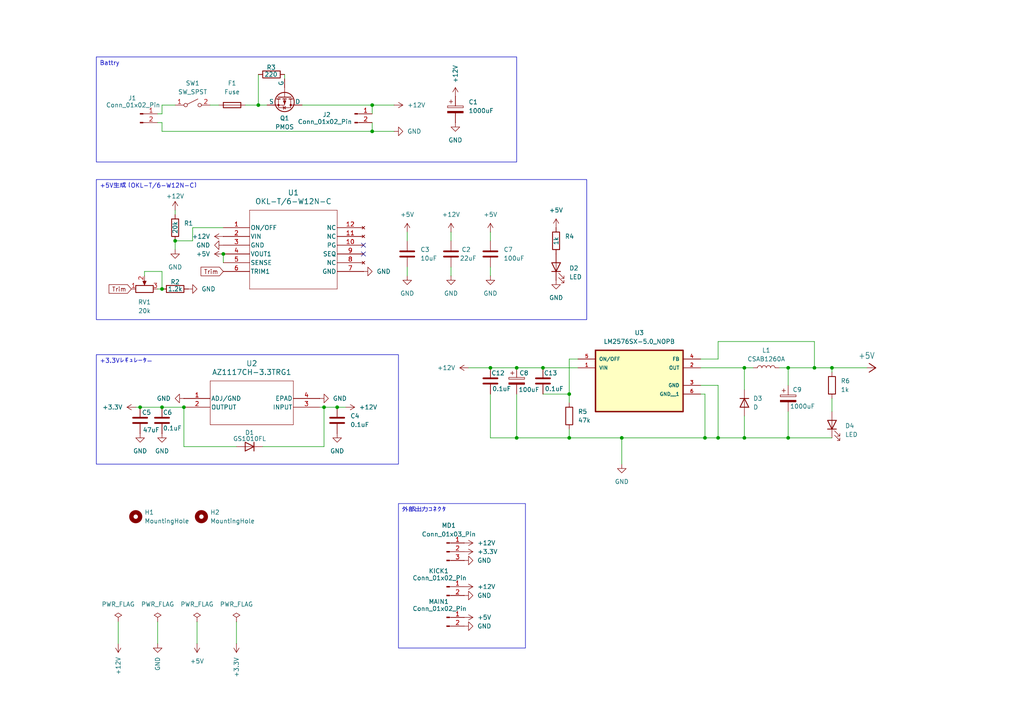
<source format=kicad_sch>
(kicad_sch (version 20250114) (generator "eeschema") (generator_version "9.0")
  (paper "A4")
  (lib_symbols
    (symbol "Connector:Conn_01x02_Pin" (pin_names (offset 1.016) (hide yes))
      (property "Reference" "J" (at 0 2.54 0))
      (property "Value" "Conn_01x02_Pin" (at 0 -5.08 0))
      (symbol "Conn_01x02_Pin_1_1"
        (rectangle (start 0.8636 0.127) (end 0 -0.127) (stroke (width 0.1524)) (fill (type outline)))
        (rectangle (start 0.8636 -2.413) (end 0 -2.667) (stroke (width 0.1524)) (fill (type outline)))
        (polyline (pts (xy 1.27 0) (xy 0.8636 0)) (stroke (width 0.1524)))
        (polyline (pts (xy 1.27 -2.54) (xy 0.8636 -2.54)) (stroke (width 0.1524)))
        (pin passive line (at 5.08 0 180) (length 3.81) (name "Pin_1") (number "1"))
        (pin passive line (at 5.08 -2.54 180) (length 3.81) (name "Pin_2") (number "2"))
      )
    )
    (symbol "Connector:Conn_01x03_Pin" (pin_names (offset 1.016) (hide yes))
      (property "Reference" "J" (at 0 5.08 0))
      (property "Value" "Conn_01x03_Pin" (at 0 -5.08 0))
      (symbol "Conn_01x03_Pin_1_1"
        (rectangle (start 0.8636 2.667) (end 0 2.413) (stroke (width 0.1524)) (fill (type outline)))
        (rectangle (start 0.8636 0.127) (end 0 -0.127) (stroke (width 0.1524)) (fill (type outline)))
        (rectangle (start 0.8636 -2.413) (end 0 -2.667) (stroke (width 0.1524)) (fill (type outline)))
        (polyline (pts (xy 1.27 2.54) (xy 0.8636 2.54)) (stroke (width 0.1524)))
        (polyline (pts (xy 1.27 0) (xy 0.8636 0)) (stroke (width 0.1524)))
        (polyline (pts (xy 1.27 -2.54) (xy 0.8636 -2.54)) (stroke (width 0.1524)))
        (pin passive line (at 5.08 2.54 180) (length 3.81) (name "Pin_1") (number "1"))
        (pin passive line (at 5.08 0 180) (length 3.81) (name "Pin_2") (number "2"))
        (pin passive line (at 5.08 -2.54 180) (length 3.81) (name "Pin_3") (number "3"))
      )
    )
    (symbol "Device:C" (pin_numbers (hide yes)) (pin_names (offset 0.254))
      (property "Reference" "C" (at 0.635 2.54 0))
      (property "Value" "C" (at 0.635 -2.54 0))
      (symbol "C_0_1"
        (polyline (pts (xy -2.032 0.762) (xy 2.032 0.762)) (stroke (width 0.508)))
        (polyline (pts (xy -2.032 -0.762) (xy 2.032 -0.762)) (stroke (width 0.508)))
      )
      (symbol "C_1_1"
        (pin passive line (at 0 3.81 270) (length 2.794) (name "~") (number "1"))
        (pin passive line (at 0 -3.81 90) (length 2.794) (name "~") (number "2"))
      )
    )
    (symbol "Device:C_Polarized" (pin_numbers (hide yes)) (pin_names (offset 0.254))
      (property "Reference" "C" (at 0.635 2.54 0))
      (property "Value" "C_Polarized" (at 0.635 -2.54 0))
      (symbol "C_Polarized_0_1"
        (rectangle (start -2.286 0.508) (end 2.286 1.016))
        (polyline (pts (xy -1.778 2.286) (xy -0.762 2.286)))
        (polyline (pts (xy -1.27 2.794) (xy -1.27 1.778)))
        (rectangle (start 2.286 -0.508) (end -2.286 -1.016) (fill (type outline)))
      )
      (symbol "C_Polarized_1_1"
        (pin passive line (at 0 3.81 270) (length 2.794) (name "~") (number "1"))
        (pin passive line (at 0 -3.81 90) (length 2.794) (name "~") (number "2"))
      )
    )
    (symbol "Device:D" (pin_numbers (hide yes)) (pin_names (offset 1.016) (hide yes))
      (property "Reference" "D" (at 0 2.54 0))
      (property "Value" "D" (at 0 -2.54 0))
      (symbol "D_0_1"
        (polyline (pts (xy -1.27 1.27) (xy -1.27 -1.27)) (stroke (width 0.254)))
        (polyline (pts (xy 1.27 1.27) (xy 1.27 -1.27) (xy -1.27 0) (xy 1.27 1.27)) (stroke (width 0.254)))
        (polyline (pts (xy 1.27 0) (xy -1.27 0)))
      )
      (symbol "D_1_1"
        (pin passive line (at -3.81 0 0) (length 2.54) (name "K") (number "1"))
        (pin passive line (at 3.81 0 180) (length 2.54) (name "A") (number "2"))
      )
    )
    (symbol "Device:Fuse" (pin_numbers (hide yes)) (pin_names (offset 0))
      (property "Reference" "F" (at 2.032 0 90))
      (property "Value" "Fuse" (at -1.905 0 90))
      (symbol "Fuse_0_1"
        (rectangle (start -0.762 -2.54) (end 0.762 2.54) (stroke (width 0.254)))
        (polyline (pts (xy 0 2.54) (xy 0 -2.54)))
      )
      (symbol "Fuse_1_1"
        (pin passive line (at 0 3.81 270) (length 1.27) (name "~") (number "1"))
        (pin passive line (at 0 -3.81 90) (length 1.27) (name "~") (number "2"))
      )
    )
    (symbol "Device:L" (pin_numbers (hide yes)) (pin_names (offset 1.016) (hide yes))
      (property "Reference" "L" (at -1.27 0 90))
      (property "Value" "L" (at 1.905 0 90))
      (symbol "L_0_1"
        (arc (start 0 2.54) (mid 0.6323 1.905) (end 0 1.27))
        (arc (start 0 1.27) (mid 0.6323 0.635) (end 0 0))
        (arc (start 0 0) (mid 0.6323 -0.635) (end 0 -1.27))
        (arc (start 0 -1.27) (mid 0.6323 -1.905) (end 0 -2.54))
      )
      (symbol "L_1_1"
        (pin passive line (at 0 3.81 270) (length 1.27) (name "1") (number "1"))
        (pin passive line (at 0 -3.81 90) (length 1.27) (name "2") (number "2"))
      )
    )
    (symbol "Device:LED" (pin_numbers (hide yes)) (pin_names (offset 1.016) (hide yes))
      (property "Reference" "D" (at 0 2.54 0))
      (property "Value" "LED" (at 0 -2.54 0))
      (symbol "LED_0_1"
        (polyline (pts (xy -3.048 -0.762) (xy -4.572 -2.286) (xy -3.81 -2.286) (xy -4.572 -2.286) (xy -4.572 -1.524)))
        (polyline (pts (xy -1.778 -0.762) (xy -3.302 -2.286) (xy -2.54 -2.286) (xy -3.302 -2.286) (xy -3.302 -1.524)))
        (polyline (pts (xy -1.27 0) (xy 1.27 0)))
        (polyline (pts (xy -1.27 -1.27) (xy -1.27 1.27)) (stroke (width 0.254)))
        (polyline (pts (xy 1.27 -1.27) (xy 1.27 1.27) (xy -1.27 0) (xy 1.27 -1.27)) (stroke (width 0.254)))
      )
      (symbol "LED_1_1"
        (pin passive line (at -3.81 0 0) (length 2.54) (name "K") (number "1"))
        (pin passive line (at 3.81 0 180) (length 2.54) (name "A") (number "2"))
      )
    )
    (symbol "Device:R" (pin_numbers (hide yes)) (pin_names (offset 0))
      (property "Reference" "R" (at 2.032 0 90))
      (property "Value" "R" (at 0 0 90))
      (symbol "R_0_1"
        (rectangle (start -1.016 -2.54) (end 1.016 2.54) (stroke (width 0.254)))
      )
      (symbol "R_1_1"
        (pin passive line (at 0 3.81 270) (length 1.27) (name "~") (number "1"))
        (pin passive line (at 0 -3.81 90) (length 1.27) (name "~") (number "2"))
      )
    )
    (symbol "Device:R_Potentiometer" (pin_names (offset 1.016) (hide yes))
      (property "Reference" "RV" (at -4.445 0 90))
      (property "Value" "R_Potentiometer" (at -2.54 0 90))
      (symbol "R_Potentiometer_0_1"
        (rectangle (start 1.016 2.54) (end -1.016 -2.54) (stroke (width 0.254)))
        (polyline (pts (xy 1.143 0) (xy 2.286 0.508) (xy 2.286 -0.508) (xy 1.143 0)) (fill (type outline)))
        (polyline (pts (xy 2.54 0) (xy 1.524 0)))
      )
      (symbol "R_Potentiometer_1_1"
        (pin passive line (at 0 3.81 270) (length 1.27) (name "1") (number "1"))
        (pin passive line (at 0 -3.81 90) (length 1.27) (name "3") (number "3"))
        (pin passive line (at 3.81 0 180) (length 1.27) (name "2") (number "2"))
      )
    )
    (symbol "Mechanical:MountingHole" (pin_names (offset 1.016)) (exclude_from_sim yes) (in_bom no)
      (property "Reference" "H" (at 0 5.08 0))
      (property "Value" "MountingHole" (at 0 3.175 0))
      (symbol "MountingHole_0_1"
        (circle (center 0 0) (radius 1.27) (stroke (width 1.27)))
      )
    )
    (symbol "Regulator:AZ1117CH-3.3TRG1" (pin_names (offset 0.254))
      (property "Reference" "U" (at 19.812 9.398 0))
      (property "Value" "AZ1117CH-3.3TRG1" (at 19.812 6.858 0))
      (symbol "AZ1117CH-3.3TRG1_0_1"
        (polyline (pts (xy 7.62 5.08) (xy 7.62 -7.62)) (stroke (width 0.127)))
        (polyline (pts (xy 7.62 -7.62) (xy 31.75 -7.62)) (stroke (width 0.127)))
        (polyline (pts (xy 31.75 5.08) (xy 7.62 5.08)) (stroke (width 0.127)))
        (polyline (pts (xy 31.75 -7.62) (xy 31.75 5.08)) (stroke (width 0.127)))
        (pin bidirectional line (at 0 0 0) (length 7.62) (name "ADJ/GND") (number "1"))
        (pin output line (at 0 -2.54 0) (length 7.62) (name "OUTPUT") (number "2"))
        (pin unspecified line (at 39.37 0 180) (length 7.62) (name "EPAD") (number "4"))
        (pin input line (at 39.37 -2.54 180) (length 7.62) (name "INPUT") (number "3"))
      )
    )
    (symbol "Regulator:LM2576SX-5.0_NOPB" (pin_names (offset 1.016))
      (property "Reference" "U" (at -12.7 8.62 0))
      (property "Value" "LM2576SX-5.0_NOPB" (at -12.7 -14.16 0))
      (symbol "LM2576SX-5.0_NOPB_0_0"
        (rectangle (start -12.7 -10.16) (end 12.7 7.62) (stroke (width 0.41)) (fill (type background)))
        (pin input line (at -17.78 5.08 0) (length 5.08) (name "ON/OFF") (number "5"))
        (pin input line (at -17.78 2.54 0) (length 5.08) (name "VIN") (number "1"))
        (pin output line (at 17.78 5.08 180) (length 5.08) (name "FB") (number "4"))
        (pin output line (at 17.78 2.54 180) (length 5.08) (name "OUT") (number "2"))
        (pin power_in line (at 17.78 -2.54 180) (length 5.08) (name "GND") (number "3"))
        (pin power_in line (at 17.78 -5.08 180) (length 5.08) (name "GND__1") (number "6"))
      )
    )
    (symbol "Regulator:OKL-T/6-W12N-C" (pin_names (offset 0.254))
      (property "Reference" "U" (at 20.32 10.16 0))
      (property "Value" "OKL-T/6-W12N-C" (at 20.32 7.62 0))
      (symbol "OKL-T/6-W12N-C_0_1"
        (polyline (pts (xy 7.62 5.08) (xy 7.62 -17.78)) (stroke (width 0.127)))
        (polyline (pts (xy 7.62 -17.78) (xy 33.02 -17.78)) (stroke (width 0.127)))
        (polyline (pts (xy 33.02 5.08) (xy 7.62 5.08)) (stroke (width 0.127)))
        (polyline (pts (xy 33.02 -17.78) (xy 33.02 5.08)) (stroke (width 0.127)))
        (pin unspecified line (at 0 0 0) (length 7.62) (name "ON/OFF") (number "1"))
        (pin input line (at 0 -2.54 0) (length 7.62) (name "VIN") (number "2"))
        (pin power_out line (at 0 -5.08 0) (length 7.62) (name "GND") (number "3"))
        (pin output line (at 0 -7.62 0) (length 7.62) (name "VOUT1") (number "4"))
        (pin unspecified line (at 0 -10.16 0) (length 7.62) (name "SENSE") (number "5"))
        (pin unspecified line (at 0 -12.7 0) (length 7.62) (name "TRIM1") (number "6"))
        (pin no_connect line (at 40.64 0 180) (length 7.62) (name "NC") (number "12"))
        (pin no_connect line (at 40.64 -2.54 180) (length 7.62) (name "NC") (number "11"))
        (pin unspecified line (at 40.64 -5.08 180) (length 7.62) (name "PG") (number "10"))
        (pin unspecified line (at 40.64 -7.62 180) (length 7.62) (name "SEQ") (number "9"))
        (pin no_connect line (at 40.64 -10.16 180) (length 7.62) (name "NC") (number "8"))
        (pin power_out line (at 40.64 -12.7 180) (length 7.62) (name "GND") (number "7"))
      )
    )
    (symbol "Simulation_SPICE:PMOS" (pin_numbers (hide yes)) (pin_names (offset 0))
      (property "Reference" "Q1" (at 6.35 0 90))
      (property "Value" "PMOS" (at 8.89 0 90))
      (symbol "PMOS_0_1"
        (polyline (pts (xy 0.254 1.905) (xy 0.254 -1.905)) (stroke (width 0.254)))
        (polyline (pts (xy 0.254 0) (xy -2.54 0)))
        (polyline (pts (xy 0.762 2.286) (xy 0.762 1.27)) (stroke (width 0.254)))
        (polyline (pts (xy 0.762 1.778) (xy 3.302 1.778) (xy 3.302 -1.778) (xy 0.762 -1.778)))
        (polyline (pts (xy 0.762 0.508) (xy 0.762 -0.508)) (stroke (width 0.254)))
        (polyline (pts (xy 0.762 -1.27) (xy 0.762 -2.286)) (stroke (width 0.254)))
        (circle (center 1.651 0) (radius 2.794) (stroke (width 0.254)))
        (polyline (pts (xy 2.286 0) (xy 1.27 0.381) (xy 1.27 -0.381) (xy 2.286 0)) (fill (type outline)))
        (polyline (pts (xy 2.54 2.54) (xy 2.54 1.778)))
        (circle (center 2.54 1.778) (radius 0.254) (fill (type outline)))
        (circle (center 2.54 -1.778) (radius 0.254) (fill (type outline)))
        (polyline (pts (xy 2.54 -2.54) (xy 2.54 0) (xy 0.762 0)))
        (polyline (pts (xy 2.794 -0.508) (xy 2.921 -0.381) (xy 3.683 -0.381) (xy 3.81 -0.254)))
        (polyline (pts (xy 3.302 -0.381) (xy 2.921 0.254) (xy 3.683 0.254) (xy 3.302 -0.381)))
      )
      (symbol "PMOS_1_1"
        (pin input line (at -5.08 0 0) (length 2.54) (name "G") (number "1"))
        (pin passive line (at 2.54 5.08 270) (length 2.54) (name "D") (number "2"))
        (pin passive line (at 2.54 -5.08 90) (length 2.54) (name "S") (number "3"))
      )
    )
    (symbol "Switch:SW_SPST" (pin_names (offset 0) (hide yes))
      (property "Reference" "SW" (at 0 3.175 0))
      (property "Value" "SW_SPST" (at 0 -2.54 0))
      (symbol "SW_SPST_0_0"
        (circle (center -2.032 0) (radius 0.508))
        (polyline (pts (xy -1.524 0.254) (xy 1.524 1.778)))
        (circle (center 2.032 0) (radius 0.508))
      )
      (symbol "SW_SPST_1_1"
        (pin passive line (at -5.08 0 0) (length 2.54) (name "A") (number "1"))
        (pin passive line (at 5.08 0 180) (length 2.54) (name "B") (number "2"))
      )
    )
    (symbol "power:+12V" (power) (pin_numbers (hide yes)) (pin_names (offset 0) (hide yes))
      (property "Value" "+12V" (at 0 3.556 0))
      (symbol "+12V_0_1"
        (polyline (pts (xy -0.762 1.27) (xy 0 2.54)))
        (polyline (pts (xy 0 2.54) (xy 0.762 1.27)))
        (polyline (pts (xy 0 0) (xy 0 2.54)))
      )
      (symbol "+12V_1_1"
        (pin power_in line (at 0 0 90) (length 0) (name "~") (number "1"))
      )
    )
    (symbol "power:+3.3V" (power) (pin_numbers (hide yes)) (pin_names (offset 0) (hide yes))
      (property "Value" "+3.3V" (at 0 3.556 0))
      (symbol "+3.3V_0_1"
        (polyline (pts (xy -0.762 1.27) (xy 0 2.54)))
        (polyline (pts (xy 0 2.54) (xy 0.762 1.27)))
        (polyline (pts (xy 0 0) (xy 0 2.54)))
      )
      (symbol "+3.3V_1_1"
        (pin power_in line (at 0 0 90) (length 0) (name "~") (number "1"))
      )
    )
    (symbol "power:+5V" (power) (pin_numbers (hide yes)) (pin_names (offset 0) (hide yes))
      (property "Value" "+5V" (at 0 3.556 0))
      (symbol "+5V_0_1"
        (polyline (pts (xy -0.762 1.27) (xy 0 2.54)))
        (polyline (pts (xy 0 2.54) (xy 0.762 1.27)))
        (polyline (pts (xy 0 0) (xy 0 2.54)))
      )
      (symbol "+5V_1_1"
        (pin power_in line (at 0 0 90) (length 0) (name "~") (number "1"))
      )
    )
    (symbol "power:GND" (power) (pin_numbers (hide yes)) (pin_names (offset 0) (hide yes))
      (property "Value" "GND" (at 0 -3.81 0))
      (symbol "GND_0_1"
        (polyline (pts (xy 0 0) (xy 0 -1.27) (xy 1.27 -1.27) (xy 0 -2.54) (xy -1.27 -1.27) (xy 0 -1.27)))
      )
      (symbol "GND_1_1"
        (pin power_in line (at 0 0 270) (length 0) (name "~") (number "1"))
      )
    )
    (symbol "power:PWR_FLAG" (power) (pin_numbers (hide yes)) (pin_names (offset 0) (hide yes))
      (property "Value" "PWR_FLAG" (at 0 3.81 0))
      (symbol "PWR_FLAG_0_0"
        (pin power_out line (at 0 0 90) (length 0) (name "~") (number "1"))
      )
      (symbol "PWR_FLAG_0_1"
        (polyline (pts (xy 0 0) (xy 0 1.27) (xy -1.016 1.905) (xy 0 2.54) (xy 1.016 1.905) (xy 0 1.27)))
      )
    )
    (symbol "storong-eagle-import:+5V" (power)
      (symbol "+5V_1_0"
        (polyline (pts (xy 0 0) (xy -1.27 -1.905)) (stroke (width 0.254)))
        (polyline (pts (xy 1.27 -1.905) (xy 0 0)) (stroke (width 0.254)))
        (pin power_in line (at 0 -2.54 90) (length 2.54) (name "+5V") (number "1"))
      )
    )
  )
  (text_box "外部出力コネクタ" (at 115.57 146.05 0) (size 36.83 41.91) (margins 0.9525 0.9525 0.9525 0.9525) (effects (font (size 1.27 1.27)) (justify left top)))
  (text_box "+5V生成（OKL-T/6-W12N-C）" (at 27.94 52.07 0) (size 142.24 40.64) (margins 0.9525 0.9525 0.9525 0.9525) (effects (font (size 1.27 1.27)) (justify left top)))
  (text_box "Battry" (at 27.94 16.51 0) (size 121.92 30.48) (margins 0.9525 0.9525 0.9525 0.9525) (effects (font (size 1.27 1.27)) (justify left top)))
  (text_box "+3.3Vレギュレータ―" (at 27.94 102.87 0) (size 87.63 31.75) (margins 0.9525 0.9525 0.9525 0.9525) (effects (font (size 1.27 1.27)) (justify left top)))
  (junction (at 215.9 127))
  (junction (at 50.8 69.85))
  (junction (at 53.34 118.11))
  (junction (at 142.24 106.68))
  (junction (at 149.86 106.68))
  (junction (at 97.79 118.11))
  (junction (at 228.6 127))
  (junction (at 93.98 118.11))
  (junction (at 241.3 106.68))
  (junction (at 64.77 73.66))
  (junction (at 180.34 127))
  (junction (at 40.64 118.11))
  (junction (at 46.99 118.11))
  (junction (at 215.9 106.68))
  (junction (at 157.48 106.68))
  (junction (at 149.86 127))
  (junction (at 107.95 30.48))
  (junction (at 46.99 83.82))
  (junction (at 107.95 38.1))
  (junction (at 165.1 114.3))
  (junction (at 236.22 106.68))
  (junction (at 208.28 127))
  (junction (at 74.93 30.48))
  (junction (at 204.47 127))
  (junction (at 228.6 106.68))
  (junction (at 165.1 127))
  (no_connect (at 105.41 73.66))
  (no_connect (at 105.41 71.12))
  (wire (pts (xy 107.95 30.48) (xy 107.95 33.02)))
  (wire (pts (xy 93.98 129.54) (xy 93.98 118.11)))
  (wire (pts (xy 46.99 30.48) (xy 50.8 30.48)))
  (wire (pts (xy 165.1 104.14) (xy 165.1 114.3)) (stroke (width 0.1524)))
  (wire (pts (xy 215.9 113.03) (xy 215.9 106.68)) (stroke (width 0.1524)))
  (wire (pts (xy 34.29 180.34) (xy 34.29 186.69)))
  (wire (pts (xy 130.81 77.47) (xy 130.81 80.01)))
  (wire (pts (xy 53.34 129.54) (xy 68.58 129.54)))
  (wire (pts (xy 204.47 127) (xy 208.28 127)) (stroke (width 0.1524)))
  (wire (pts (xy 228.6 106.68) (xy 236.22 106.68)) (stroke (width 0.1524)))
  (wire (pts (xy 53.34 118.11) (xy 53.34 129.54)))
  (wire (pts (xy 50.8 69.85) (xy 50.8 72.39)))
  (wire (pts (xy 46.99 35.56) (xy 46.99 38.1)))
  (wire (pts (xy 74.93 21.59) (xy 74.93 30.48)))
  (wire (pts (xy 64.77 73.66) (xy 64.77 76.2)))
  (wire (pts (xy 226.06 106.68) (xy 228.6 106.68)) (stroke (width 0.1524)))
  (wire (pts (xy 228.6 106.68) (xy 228.6 111.76)) (stroke (width 0.1524)))
  (wire (pts (xy 215.9 120.65) (xy 215.9 127)) (stroke (width 0.1524)))
  (wire (pts (xy 92.71 118.11) (xy 93.98 118.11)))
  (wire (pts (xy 142.24 114.3) (xy 142.24 127)) (stroke (width 0.1524)))
  (wire (pts (xy 39.37 118.11) (xy 40.64 118.11)))
  (wire (pts (xy 208.28 99.06) (xy 236.22 99.06)) (stroke (width 0.1524)))
  (wire (pts (xy 50.8 69.85) (xy 55.88 69.85)))
  (wire (pts (xy 46.99 38.1) (xy 107.95 38.1)))
  (wire (pts (xy 45.72 35.56) (xy 46.99 35.56)))
  (wire (pts (xy 208.28 104.14) (xy 208.28 99.06)) (stroke (width 0.1524)))
  (wire (pts (xy 228.6 127) (xy 241.3 127)) (stroke (width 0.1524)))
  (wire (pts (xy 165.1 116.84) (xy 165.1 114.3)) (stroke (width 0.1524)))
  (wire (pts (xy 149.86 127) (xy 165.1 127)) (stroke (width 0.1524)))
  (wire (pts (xy 203.2 114.3) (xy 204.47 114.3)))
  (wire (pts (xy 46.99 33.02) (xy 45.72 33.02)))
  (wire (pts (xy 57.15 180.34) (xy 57.15 186.69)))
  (wire (pts (xy 149.86 106.68) (xy 157.48 106.68)) (stroke (width 0.1524)))
  (wire (pts (xy 60.96 30.48) (xy 63.5 30.48)))
  (wire (pts (xy 165.1 127) (xy 165.1 124.46)) (stroke (width 0.1524)))
  (wire (pts (xy 50.8 60.96) (xy 50.8 62.23)))
  (wire (pts (xy 236.22 106.68) (xy 241.3 106.68)) (stroke (width 0.1524)))
  (wire (pts (xy 215.9 127) (xy 208.28 127)) (stroke (width 0.1524)))
  (wire (pts (xy 41.91 78.74) (xy 46.99 78.74)))
  (wire (pts (xy 203.2 104.14) (xy 208.28 104.14)) (stroke (width 0.1524)))
  (wire (pts (xy 46.99 118.11) (xy 53.34 118.11)))
  (wire (pts (xy 204.47 114.3) (xy 204.47 127)))
  (wire (pts (xy 130.81 67.31) (xy 130.81 69.85)))
  (wire (pts (xy 46.99 78.74) (xy 46.99 83.82)))
  (wire (pts (xy 135.89 106.68) (xy 142.24 106.68)) (stroke (width 0.1524)))
  (wire (pts (xy 82.55 21.59) (xy 82.55 22.86)))
  (wire (pts (xy 55.88 66.04) (xy 64.77 66.04)))
  (wire (pts (xy 157.48 106.68) (xy 167.64 106.68)) (stroke (width 0.1524)))
  (wire (pts (xy 74.93 30.48) (xy 77.47 30.48)))
  (wire (pts (xy 142.24 127) (xy 149.86 127)) (stroke (width 0.1524)))
  (wire (pts (xy 208.28 127) (xy 208.28 111.76)) (stroke (width 0.1524)))
  (wire (pts (xy 167.64 104.14) (xy 165.1 104.14)) (stroke (width 0.1524)))
  (wire (pts (xy 71.12 30.48) (xy 74.93 30.48)))
  (wire (pts (xy 203.2 106.68) (xy 215.9 106.68)) (stroke (width 0.1524)))
  (wire (pts (xy 87.63 30.48) (xy 107.95 30.48)))
  (wire (pts (xy 149.86 114.3) (xy 149.86 127)) (stroke (width 0.1524)))
  (wire (pts (xy 97.79 118.11) (xy 100.33 118.11)))
  (wire (pts (xy 241.3 115.57) (xy 241.3 119.38)) (stroke (width 0.1524)))
  (wire (pts (xy 228.6 127) (xy 215.9 127)) (stroke (width 0.1524)))
  (wire (pts (xy 46.99 33.02) (xy 46.99 30.48)))
  (wire (pts (xy 165.1 127) (xy 180.34 127)) (stroke (width 0.1524)))
  (wire (pts (xy 241.3 106.68) (xy 241.3 107.95)))
  (wire (pts (xy 107.95 30.48) (xy 114.3 30.48)))
  (wire (pts (xy 142.24 106.68) (xy 149.86 106.68)) (stroke (width 0.1524)))
  (wire (pts (xy 180.34 127) (xy 204.47 127)) (stroke (width 0.1524)))
  (wire (pts (xy 165.1 114.3) (xy 157.48 114.3)) (stroke (width 0.1524)))
  (wire (pts (xy 93.98 118.11) (xy 97.79 118.11)))
  (wire (pts (xy 46.99 83.82) (xy 45.72 83.82)))
  (wire (pts (xy 215.9 106.68) (xy 218.44 106.68)) (stroke (width 0.1524)))
  (wire (pts (xy 68.58 180.34) (xy 68.58 186.69)))
  (wire (pts (xy 142.24 77.47) (xy 142.24 80.01)))
  (wire (pts (xy 228.6 119.38) (xy 228.6 127)) (stroke (width 0.1524)))
  (wire (pts (xy 236.22 99.06) (xy 236.22 106.68)) (stroke (width 0.1524)))
  (wire (pts (xy 142.24 67.31) (xy 142.24 69.85)))
  (wire (pts (xy 45.72 180.34) (xy 45.72 186.69)))
  (wire (pts (xy 180.34 134.62) (xy 180.34 127)) (stroke (width 0.1524)))
  (wire (pts (xy 241.3 106.68) (xy 251.46 106.68)) (stroke (width 0.1524)))
  (wire (pts (xy 208.28 111.76) (xy 203.2 111.76)) (stroke (width 0.1524)))
  (wire (pts (xy 41.91 80.01) (xy 41.91 78.74)))
  (wire (pts (xy 76.2 129.54) (xy 93.98 129.54)))
  (wire (pts (xy 118.11 67.31) (xy 118.11 69.85)))
  (wire (pts (xy 40.64 118.11) (xy 46.99 118.11)))
  (wire (pts (xy 55.88 69.85) (xy 55.88 66.04)))
  (wire (pts (xy 107.95 35.56) (xy 107.95 38.1)))
  (wire (pts (xy 107.95 38.1) (xy 114.3 38.1)))
  (wire (pts (xy 118.11 80.01) (xy 118.11 77.47)))
  (global_label "Trim" (shape input) (at 64.77 78.74 180) (property "Intersheetrefs" "${INTERSHEET_REFS}" (effects (hide yes))))
  (global_label "Trim" (shape input) (at 38.1 83.82 180) (property "Intersheetrefs" "${INTERSHEET_REFS}" (effects (hide yes))))
  (symbol (lib_id "Connector:Conn_01x02_Pin") (at 40.64 33.02 0) (unit 1)
    (property "Reference" "J1" (at 38.354 28.448 0))
    (property "Value" "Conn_01x02_Pin" (at 38.608 30.48 0))
    (property "Footprint" "Connector_AMASS:AMASS_XT30U-F_1x02_P5.0mm_Vertical" (effects (hide yes)))
    (property "Description" "Generic connector, single row, 01x02, script generated" (effects (hide yes)))
  )
  (symbol (lib_id "Device:R_Potentiometer") (at 41.91 83.82 90) (unit 1)
    (property "Reference" "RV1" (at 41.91 87.63 90))
    (property "Value" "20k" (at 41.91 90.17 90))
    (property "Footprint" "VR:TC33X-2-203E" (effects (hide yes)))
    (property "Description" "Potentiometer" (effects (hide yes)))
  )
  (symbol (lib_id "Device:LED") (at 161.29 77.47 90) (unit 1)
    (property "Reference" "D2" (at 165.1 77.7874 90) (effects (justify right)))
    (property "Value" "LED" (at 165.1 80.3274 90) (effects (justify right)))
    (property "Footprint" "LED_SMD:LED_0603_1608Metric" (effects (hide yes)))
    (property "Description" "Light emitting diode" (effects (hide yes)))
    (property "Sim.Pins" "1=K 2=A" (effects (hide yes)))
  )
  (symbol (lib_id "Connector:Conn_01x03_Pin") (at 129.54 160.02 0) (unit 1)
    (property "Reference" "MD1" (at 130.175 152.4 0))
    (property "Value" "Conn_01x03_Pin" (at 130.175 154.94 0))
    (property "Footprint" "Connector_JST:JST_XH_S3B-XH-A_1x03_P2.50mm_Horizontal" (effects (hide yes)))
    (property "Description" "Generic connector, single row, 01x03, script generated" (effects (hide yes)))
  )
  (symbol (lib_id "Mechanical:MountingHole") (at 58.42 149.86 0) (unit 1) (exclude_from_sim yes) (in_bom no)
    (property "Reference" "H2" (at 60.96 148.5899 0) (effects (justify left)))
    (property "Value" "MountingHole" (at 60.96 151.1299 0) (effects (justify left)))
    (property "Footprint" "MountingHole:MountingHole_3.2mm_M3" (effects (hide yes)))
    (property "Description" "Mounting Hole without connection" (effects (hide yes)))
  )
  (symbol (lib_id "Device:C") (at 130.81 73.66 0) (unit 1)
    (property "Reference" "C2" (at 133.858 72.39 0) (effects (justify left)))
    (property "Value" "22uF" (at 133.35 74.93 0) (effects (justify left)))
    (property "Footprint" "Capacitor_SMD:C_0805_2012Metric" (effects (hide yes)))
    (property "Description" "Unpolarized capacitor" (effects (hide yes)))
  )
  (symbol (lib_id "Device:LED") (at 241.3 123.19 90) (unit 1)
    (property "Reference" "D4" (at 245.11 123.5074 90) (effects (justify right)))
    (property "Value" "LED" (at 245.11 126.0474 90) (effects (justify right)))
    (property "Footprint" "LED_SMD:LED_0603_1608Metric" (effects (hide yes)))
    (property "Description" "Light emitting diode" (effects (hide yes)))
    (property "Sim.Pins" "1=K 2=A" (effects (hide yes)))
  )
  (symbol (lib_id "power:+5V") (at 142.24 67.31 0) (unit 1)
    (property "Reference" "#PWR036" (effects (hide yes)))
    (property "Value" "+5V" (at 142.24 62.23 0))
    (property "Description" "Power symbol creates a global label with name \"+5V\"" (effects (hide yes)))
  )
  (symbol (lib_id "Device:R") (at 241.3 111.76 0) (unit 1)
    (property "Reference" "R6" (at 243.84 110.4899 0) (effects (justify left)))
    (property "Value" "1k" (at 243.84 113.0299 0) (effects (justify left)))
    (property "Description" "Resistor" (effects (hide yes)))
  )
  (symbol (lib_id "power:GND") (at 180.34 134.62 0) (unit 1)
    (property "Reference" "#PWR039" (effects (hide yes)))
    (property "Value" "GND" (at 180.34 139.7 0))
    (property "Description" "Power symbol creates a global label with name \"GND\" , ground" (effects (hide yes)))
  )
  (symbol (lib_id "power:GND") (at 50.8 72.39 0) (unit 1)
    (property "Reference" "#PWR08" (effects (hide yes)))
    (property "Value" "GND" (at 50.8 77.47 0))
    (property "Description" "Power symbol creates a global label with name \"GND\" , ground" (effects (hide yes)))
  )
  (symbol (lib_id "power:+12V") (at 64.77 68.58 90) (unit 1)
    (property "Reference" "#PWR07" (effects (hide yes)))
    (property "Value" "+12V" (at 60.96 68.5799 90) (effects (justify left)))
    (property "Description" "Power symbol creates a global label with name \"+12V\"" (effects (hide yes)))
  )
  (symbol (lib_id "Device:C") (at 142.24 73.66 0) (unit 1)
    (property "Reference" "C7" (at 146.05 72.3899 0) (effects (justify left)))
    (property "Value" "100uF" (at 146.05 74.9299 0) (effects (justify left)))
    (property "Footprint" "Capacitor_THT:CP_Radial_D5.0mm_P2.50mm" (effects (hide yes)))
    (property "Description" "Unpolarized capacitor" (effects (hide yes)))
  )
  (symbol (lib_id "Device:R") (at 78.74 21.59 90) (unit 1)
    (property "Reference" "R3" (at 80.01 19.558 90) (effects (justify left)))
    (property "Value" "220" (at 80.518 21.59 90) (effects (justify left)))
    (property "Footprint" "Resistor_THT:R_Axial_DIN0204_L3.6mm_D1.6mm_P7.62mm_Horizontal" (effects (hide yes)))
    (property "Description" "Resistor" (effects (hide yes)))
  )
  (symbol (lib_id "power:+5V") (at 161.29 66.04 0) (unit 1)
    (property "Reference" "#PWR034" (effects (hide yes)))
    (property "Value" "+5V" (at 161.29 60.96 0))
    (property "Description" "Power symbol creates a global label with name \"+5V\"" (effects (hide yes)))
  )
  (symbol (lib_id "Device:C_Polarized") (at 228.6 115.57 0) (unit 1)
    (property "Reference" "C9" (at 229.87 113.03 0) (effects (justify left)))
    (property "Value" "1000uF" (at 229.108 117.856 0) (effects (justify left)))
    (property "Description" "Polarized capacitor" (effects (hide yes)))
  )
  (symbol (lib_id "power:+12V") (at 34.29 186.69 180) (unit 1)
    (property "Reference" "#PWR03" (effects (hide yes)))
    (property "Value" "+12V" (at 34.2901 190.5 90) (effects (justify left)))
    (property "Description" "Power symbol creates a global label with name \"+12V\"" (effects (hide yes)))
  )
  (symbol (lib_id "power:+3.3V") (at 68.58 186.69 180) (unit 1)
    (property "Reference" "#PWR031" (effects (hide yes)))
    (property "Value" "+3.3V" (at 68.58 193.548 90))
    (property "Description" "Power symbol creates a global label with name \"+3.3V\"" (effects (hide yes)))
  )
  (symbol (lib_id "power:PWR_FLAG") (at 68.58 180.34 0) (unit 1)
    (property "Reference" "#FLG04" (effects (hide yes)))
    (property "Value" "PWR_FLAG" (at 68.58 175.26 0))
    (property "Description" "Special symbol for telling ERC where power comes from" (effects (hide yes)))
  )
  (symbol (lib_id "power:+12V") (at 135.89 106.68 90) (unit 1)
    (property "Reference" "#PWR019" (effects (hide yes)))
    (property "Value" "+12V" (at 132.08 106.6799 90) (effects (justify left)))
    (property "Description" "Power symbol creates a global label with name \"+12V\"" (effects (hide yes)))
  )
  (symbol (lib_id "power:+12V") (at 132.08 27.94 0) (unit 1)
    (property "Reference" "#PWR05" (effects (hide yes)))
    (property "Value" "+12V" (at 132.0799 24.13 90) (effects (justify left)))
    (property "Description" "Power symbol creates a global label with name \"+12V\"" (effects (hide yes)))
  )
  (symbol (lib_id "power:GND") (at 132.08 35.56 0) (unit 1)
    (property "Reference" "#PWR06" (effects (hide yes)))
    (property "Value" "GND" (at 132.08 40.64 0))
    (property "Description" "Power symbol creates a global label with name \"GND\" , ground" (effects (hide yes)))
  )
  (symbol (lib_id "Device:C") (at 142.24 110.49 0) (unit 1)
    (property "Reference" "C12" (at 142.494 108.204 0) (effects (justify left)))
    (property "Value" "0.1uF" (at 142.748 112.776 0) (effects (justify left)))
    (property "Description" "Unpolarized capacitor" (effects (hide yes)))
  )
  (symbol (lib_id "Connector:Conn_01x02_Pin") (at 129.54 179.07 0) (unit 1)
    (property "Reference" "MAIN1" (at 127.254 174.498 0))
    (property "Value" "Conn_01x02_Pin" (at 127.508 176.53 0))
    (property "Footprint" "Connector_JST:JST_XH_S2B-XH-A_1x02_P2.50mm_Horizontal" (effects (hide yes)))
    (property "Description" "Generic connector, single row, 01x02, script generated" (effects (hide yes)))
  )
  (symbol (lib_id "Device:R") (at 161.29 69.85 0) (unit 1)
    (property "Reference" "R4" (at 163.83 68.5799 0) (effects (justify left)))
    (property "Value" "1k" (at 161.29 71.12 90) (effects (justify left)))
    (property "Footprint" "Resistor_SMD:R_0603_1608Metric" (effects (hide yes)))
    (property "Description" "Resistor" (effects (hide yes)))
  )
  (symbol (lib_id "power:+5V") (at 134.62 179.07 270) (unit 1)
    (property "Reference" "#PWR024" (effects (hide yes)))
    (property "Value" "+5V" (at 138.43 179.0699 90) (effects (justify left)))
    (property "Description" "Power symbol creates a global label with name \"+5V\"" (effects (hide yes)))
  )
  (symbol (lib_id "Device:C") (at 97.79 121.92 0) (unit 1)
    (property "Reference" "C4" (at 101.6 120.6499 0) (effects (justify left)))
    (property "Value" "0.1uF" (at 101.6 123.1899 0) (effects (justify left)))
    (property "Footprint" "Capacitor_SMD:C_0603_1608Metric" (effects (hide yes)))
    (property "Description" "Unpolarized capacitor" (effects (hide yes)))
  )
  (symbol (lib_id "Regulator:OKL-T/6-W12N-C") (at 64.77 66.04 0) (unit 1)
    (property "Reference" "U1" (at 85.09 55.88 0) (effects (font (size 1.524 1.524))))
    (property "Value" "OKL-T/6-W12N-C" (at 85.09 58.42 0) (effects (font (size 1.524 1.524))))
    (property "Footprint" "Regulator:OKL-T6-W12N-C" (effects (hide yes)))
    (property "Datasheet" "OKL-T/6-W12N-C" (effects (hide yes)))
  )
  (symbol (lib_id "power:+3.3V") (at 39.37 118.11 90) (unit 1)
    (property "Reference" "#PWR030" (effects (hide yes)))
    (property "Value" "+3.3V" (at 35.56 118.1099 90) (effects (justify left)))
    (property "Description" "Power symbol creates a global label with name \"+3.3V\"" (effects (hide yes)))
  )
  (symbol (lib_id "power:GND") (at 134.62 172.72 90) (unit 1)
    (property "Reference" "#PWR023" (effects (hide yes)))
    (property "Value" "GND" (at 138.43 172.7199 90) (effects (justify right)))
    (property "Description" "Power symbol creates a global label with name \"GND\" , ground" (effects (hide yes)))
  )
  (symbol (lib_id "Mechanical:MountingHole") (at 39.37 149.86 0) (unit 1) (exclude_from_sim yes) (in_bom no)
    (property "Reference" "H1" (at 41.91 148.5899 0) (effects (justify left)))
    (property "Value" "MountingHole" (at 41.91 151.1299 0) (effects (justify left)))
    (property "Footprint" "MountingHole:MountingHole_3.2mm_M3" (effects (hide yes)))
    (property "Description" "Mounting Hole without connection" (effects (hide yes)))
  )
  (symbol (lib_id "power:+5V") (at 118.11 67.31 0) (unit 1)
    (property "Reference" "#PWR017" (effects (hide yes)))
    (property "Value" "+5V" (at 118.11 62.23 0))
    (property "Description" "Power symbol creates a global label with name \"+5V\"" (effects (hide yes)))
  )
  (symbol (lib_id "power:GND") (at 45.72 186.69 0) (unit 1)
    (property "Reference" "#PWR04" (effects (hide yes)))
    (property "Value" "GND" (at 45.7201 190.5 90) (effects (justify right)))
    (property "Description" "Power symbol creates a global label with name \"GND\" , ground" (effects (hide yes)))
  )
  (symbol (lib_id "power:GND") (at 97.79 125.73 0) (unit 1)
    (property "Reference" "#PWR029" (effects (hide yes)))
    (property "Value" "GND" (at 97.79 130.81 0))
    (property "Description" "Power symbol creates a global label with name \"GND\" , ground" (effects (hide yes)))
  )
  (symbol (lib_id "power:GND") (at 114.3 38.1 90) (unit 1)
    (property "Reference" "#PWR02" (effects (hide yes)))
    (property "Value" "GND" (at 118.11 38.0999 90) (effects (justify right)))
    (property "Description" "Power symbol creates a global label with name \"GND\" , ground" (effects (hide yes)))
  )
  (symbol (lib_id "Device:C_Polarized") (at 149.86 110.49 0) (unit 1)
    (property "Reference" "C8" (at 150.622 108.204 0) (effects (justify left)))
    (property "Value" "100uF" (at 150.368 113.03 0) (effects (justify left)))
    (property "Description" "Polarized capacitor" (effects (hide yes)))
  )
  (symbol (lib_id "power:+12V") (at 134.62 157.48 270) (unit 1)
    (property "Reference" "#PWR021" (effects (hide yes)))
    (property "Value" "+12V" (at 138.43 157.4799 90) (effects (justify left)))
    (property "Description" "Power symbol creates a global label with name \"+12V\"" (effects (hide yes)))
  )
  (symbol (lib_id "Device:C_Polarized") (at 132.08 31.75 0) (unit 1)
    (property "Reference" "C1" (at 135.89 29.5909 0) (effects (justify left)))
    (property "Value" "1000uF" (at 135.89 32.1309 0) (effects (justify left)))
    (property "Footprint" "Capacitor DOWNROAD:CAP_J-V_10X10P5_RUB" (effects (hide yes)))
    (property "Description" "Polarized capacitor" (effects (hide yes)))
  )
  (symbol (lib_id "Connector:Conn_01x02_Pin") (at 129.54 170.18 0) (unit 1)
    (property "Reference" "KICK1" (at 127.254 165.608 0))
    (property "Value" "Conn_01x02_Pin" (at 127.508 167.64 0))
    (property "Footprint" "Connector_JST:JST_XH_S2B-XH-A_1x02_P2.50mm_Horizontal" (effects (hide yes)))
    (property "Description" "Generic connector, single row, 01x02, script generated" (effects (hide yes)))
  )
  (symbol (lib_id "power:+12V") (at 130.81 67.31 0) (unit 1)
    (property "Reference" "#PWR010" (effects (hide yes)))
    (property "Value" "+12V" (at 130.81 62.23 0))
    (property "Description" "Power symbol creates a global label with name \"+12V\"" (effects (hide yes)))
  )
  (symbol (lib_id "power:GND") (at 105.41 78.74 90) (unit 1)
    (property "Reference" "#PWR012" (effects (hide yes)))
    (property "Value" "GND" (at 109.22 78.7399 90) (effects (justify right)))
    (property "Description" "Power symbol creates a global label with name \"GND\" , ground" (effects (hide yes)))
  )
  (symbol (lib_id "storong-eagle-import:+5V") (at 254 106.68 270) (unit 1)
    (property "Reference" "#P+03" (effects (hide yes)))
    (property "Value" "+5V" (at 248.92 104.14 90) (effects (font (size 1.778 1.5113)) (justify left bottom)))
  )
  (symbol (lib_id "Regulator:AZ1117CH-3.3TRG1") (at 53.34 115.57 0) (unit 1)
    (property "Reference" "U2" (at 73.025 105.41 0) (effects (font (size 1.524 1.524))))
    (property "Value" "AZ1117CH-3.3TRG1" (at 73.025 107.95 0) (effects (font (size 1.524 1.524))))
    (property "Footprint" "Package_TO_SOT_SMD:SOT-223" (effects (hide yes)))
    (property "Datasheet" "AZ1117CH-3.3TRG1" (effects (hide yes)))
  )
  (symbol (lib_id "power:GND") (at 118.11 80.01 0) (unit 1)
    (property "Reference" "#PWR018" (effects (hide yes)))
    (property "Value" "GND" (at 118.11 85.09 0))
    (property "Description" "Power symbol creates a global label with name \"GND\" , ground" (effects (hide yes)))
  )
  (symbol (lib_id "power:+12V") (at 100.33 118.11 270) (unit 1)
    (property "Reference" "#PWR028" (effects (hide yes)))
    (property "Value" "+12V" (at 104.14 118.1099 90) (effects (justify left)))
    (property "Description" "Power symbol creates a global label with name \"+12V\"" (effects (hide yes)))
  )
  (symbol (lib_id "Device:L") (at 222.25 106.68 90) (unit 1)
    (property "Reference" "L1" (at 222.25 101.6 90))
    (property "Value" "CSAB1260A" (at 222.25 104.14 90))
    (property "Footprint" "Inductor_SMD:L_Changjiang_FXL1360" (effects (hide yes)))
    (property "Description" "Inductor" (effects (hide yes)))
  )
  (symbol (lib_id "power:GND") (at 130.81 80.01 0) (unit 1)
    (property "Reference" "#PWR011" (effects (hide yes)))
    (property "Value" "GND" (at 130.81 85.09 0))
    (property "Description" "Power symbol creates a global label with name \"GND\" , ground" (effects (hide yes)))
  )
  (symbol (lib_id "Device:C") (at 40.64 121.92 0) (unit 1)
    (property "Reference" "C5" (at 41.148 119.634 0) (effects (justify left)))
    (property "Value" "47uF" (at 41.402 124.714 0) (effects (justify left)))
    (property "Footprint" "Capacitor_SMD:C_0805_2012Metric" (effects (hide yes)))
    (property "Description" "Unpolarized capacitor" (effects (hide yes)))
  )
  (symbol (lib_id "power:GND") (at 54.61 83.82 90) (unit 1)
    (property "Reference" "#PWR014" (effects (hide yes)))
    (property "Value" "GND" (at 58.42 83.8199 90) (effects (justify right)))
    (property "Description" "Power symbol creates a global label with name \"GND\" , ground" (effects (hide yes)))
  )
  (symbol (lib_id "power:PWR_FLAG") (at 57.15 180.34 0) (unit 1)
    (property "Reference" "#FLG03" (effects (hide yes)))
    (property "Value" "PWR_FLAG" (at 57.15 175.26 0))
    (property "Description" "Special symbol for telling ERC where power comes from" (effects (hide yes)))
  )
  (symbol (lib_id "power:PWR_FLAG") (at 34.29 180.34 0) (unit 1)
    (property "Reference" "#FLG01" (effects (hide yes)))
    (property "Value" "PWR_FLAG" (at 34.29 175.26 0))
    (property "Description" "Special symbol for telling ERC where power comes from" (effects (hide yes)))
  )
  (symbol (lib_id "power:PWR_FLAG") (at 45.72 180.34 0) (unit 1)
    (property "Reference" "#FLG02" (effects (hide yes)))
    (property "Value" "PWR_FLAG" (at 45.72 175.26 0))
    (property "Description" "Special symbol for telling ERC where power comes from" (effects (hide yes)))
  )
  (symbol (lib_id "Device:C") (at 118.11 73.66 0) (unit 1)
    (property "Reference" "C3" (at 121.92 72.3899 0) (effects (justify left)))
    (property "Value" "10uF" (at 121.92 74.9299 0) (effects (justify left)))
    (property "Footprint" "Capacitor_SMD:C_0603_1608Metric" (effects (hide yes)))
    (property "Description" "Unpolarized capacitor" (effects (hide yes)))
  )
  (symbol (lib_id "power:+5V") (at 57.15 186.69 180) (unit 1)
    (property "Reference" "#PWR016" (effects (hide yes)))
    (property "Value" "+5V" (at 57.15 191.77 0))
    (property "Description" "Power symbol creates a global label with name \"+5V\"" (effects (hide yes)))
  )
  (symbol (lib_id "power:+12V") (at 50.8 60.96 0) (unit 1)
    (property "Reference" "#PWR09" (effects (hide yes)))
    (property "Value" "+12V" (at 50.8 56.896 0))
    (property "Description" "Power symbol creates a global label with name \"+12V\"" (effects (hide yes)))
  )
  (symbol (lib_id "Regulator:LM2576SX-5.0_NOPB") (at 185.42 109.22 0) (unit 1)
    (property "Reference" "U3" (at 185.42 96.52 0))
    (property "Value" "LM2576SX-5.0_NOPB" (at 185.42 99.06 0))
    (property "Footprint" "Regulator:LM2576SX-5.0_NOPB" (effects (hide yes)))
  )
  (symbol (lib_id "Device:R") (at 165.1 120.65 0) (unit 1)
    (property "Reference" "R5" (at 167.64 119.3799 0) (effects (justify left)))
    (property "Value" "47k" (at 167.64 121.9199 0) (effects (justify left)))
    (property "Description" "Resistor" (effects (hide yes)))
  )
  (symbol (lib_id "power:GND") (at 161.29 81.28 0) (unit 1)
    (property "Reference" "#PWR035" (effects (hide yes)))
    (property "Value" "GND" (at 161.29 86.36 0))
    (property "Description" "Power symbol creates a global label with name \"GND\" , ground" (effects (hide yes)))
  )
  (symbol (lib_id "Device:D") (at 215.9 116.84 270) (unit 1)
    (property "Reference" "D3" (at 218.44 115.5699 90) (effects (justify left)))
    (property "Value" "D" (at 218.44 118.1099 90) (effects (justify left)))
    (property "Footprint" "Diode_SMD:Nexperia_CFP3_SOD-123W" (effects (hide yes)))
    (property "Description" "Diode" (effects (hide yes)))
    (property "Sim.Device" "D" (effects (hide yes)))
    (property "Sim.Pins" "1=K 2=A" (effects (hide yes)))
  )
  (symbol (lib_id "power:GND") (at 53.34 115.57 270) (unit 1)
    (property "Reference" "#PWR026" (effects (hide yes)))
    (property "Value" "GND" (at 49.53 115.5699 90) (effects (justify right)))
    (property "Description" "Power symbol creates a global label with name \"GND\" , ground" (effects (hide yes)))
  )
  (symbol (lib_id "power:+12V") (at 114.3 30.48 270) (unit 1)
    (property "Reference" "#PWR01" (effects (hide yes)))
    (property "Value" "+12V" (at 118.11 30.4799 90) (effects (justify left)))
    (property "Description" "Power symbol creates a global label with name \"+12V\"" (effects (hide yes)))
  )
  (symbol (lib_id "power:GND") (at 46.99 125.73 0) (unit 1)
    (property "Reference" "#PWR033" (effects (hide yes)))
    (property "Value" "GND" (at 46.99 130.81 0))
    (property "Description" "Power symbol creates a global label with name \"GND\" , ground" (effects (hide yes)))
  )
  (symbol (lib_id "Connector:Conn_01x02_Pin") (at 102.87 33.02 0) (unit 1)
    (property "Reference" "J2" (at 94.742 33.274 0))
    (property "Value" "Conn_01x02_Pin" (at 94.234 35.306 0))
    (property "Footprint" "Connector_PinSocket_2.54mm:PinSocket_1x02_P2.54mm_Vertical" (effects (hide yes)))
    (property "Description" "Generic connector, single row, 01x02, script generated" (effects (hide yes)))
  )
  (symbol (lib_id "power:+5V") (at 64.77 73.66 90) (unit 1)
    (property "Reference" "#PWR015" (effects (hide yes)))
    (property "Value" "+5V" (at 60.96 73.6599 90) (effects (justify left)))
    (property "Description" "Power symbol creates a global label with name \"+5V\"" (effects (hide yes)))
  )
  (symbol (lib_id "power:+12V") (at 134.62 170.18 270) (unit 1)
    (property "Reference" "#PWR022" (effects (hide yes)))
    (property "Value" "+12V" (at 138.43 170.1799 90) (effects (justify left)))
    (property "Description" "Power symbol creates a global label with name \"+12V\"" (effects (hide yes)))
  )
  (symbol (lib_id "power:GND") (at 40.64 125.73 0) (unit 1)
    (property "Reference" "#PWR032" (effects (hide yes)))
    (property "Value" "GND" (at 40.64 130.81 0))
    (property "Description" "Power symbol creates a global label with name \"GND\" , ground" (effects (hide yes)))
  )
  (symbol (lib_id "power:GND") (at 64.77 71.12 270) (unit 1)
    (property "Reference" "#PWR013" (effects (hide yes)))
    (property "Value" "GND" (at 60.96 71.1199 90) (effects (justify right)))
    (property "Description" "Power symbol creates a global label with name \"GND\" , ground" (effects (hide yes)))
  )
  (symbol (lib_id "Simulation_SPICE:PMOS") (at 82.55 27.94 270) (unit 1)
    (property "Reference" "Q1" (at 82.55 34.29 90))
    (property "Value" "PMOS" (at 82.55 36.83 90))
    (property "Footprint" "Package_TO_SOT_SMD:TO-252-2" (effects (hide yes)))
    (property "Datasheet" "https://ngspice.sourceforge.io/docs/ngspice-html-manual/manual.xhtml#cha_MOSFETs" (effects (hide yes)))
    (property "Description" "P-MOSFET transistor, drain/source/gate" (effects (hide yes)))
    (property "Sim.Device" "PMOS" (effects (hide yes)))
    (property "Sim.Type" "VDMOS" (effects (hide yes)))
    (property "Sim.Pins" "1=D 2=G 3=S" (effects (hide yes)))
  )
  (symbol (lib_id "Device:C") (at 157.48 110.49 0) (unit 1)
    (property "Reference" "C13" (at 157.734 108.204 0) (effects (justify left)))
    (property "Value" "0.1uF" (at 157.988 112.776 0) (effects (justify left)))
    (property "Description" "Unpolarized capacitor" (effects (hide yes)))
  )
  (symbol (lib_id "Device:C") (at 46.99 121.92 0) (unit 1)
    (property "Reference" "C6" (at 47.244 119.634 0) (effects (justify left)))
    (property "Value" "0.1uF" (at 47.244 124.206 0) (effects (justify left)))
    (property "Footprint" "Capacitor_SMD:C_0603_1608Metric" (effects (hide yes)))
    (property "Description" "Unpolarized capacitor" (effects (hide yes)))
  )
  (symbol (lib_id "Device:Fuse") (at 67.31 30.48 90) (unit 1)
    (property "Reference" "F1" (at 67.31 24.13 90))
    (property "Value" "Fuse" (at 67.31 26.67 90))
    (property "Footprint" "Fuse:Fuseholder_Clip-5x20mm_Eaton_1A5601-01_Inline_P20.80x6.76mm_D1.70mm_Horizontal" (effects (hide yes)))
    (property "Description" "Fuse" (effects (hide yes)))
  )
  (symbol (lib_id "Device:R") (at 50.8 66.04 0) (unit 1)
    (property "Reference" "R1" (at 53.34 64.7699 0) (effects (justify left)))
    (property "Value" "20k" (at 50.8 67.818 90) (effects (justify left)))
    (property "Footprint" "Resistor_SMD:R_0603_1608Metric" (effects (hide yes)))
    (property "Description" "Resistor" (effects (hide yes)))
  )
  (symbol (lib_id "power:GND") (at 134.62 181.61 90) (unit 1)
    (property "Reference" "#PWR025" (effects (hide yes)))
    (property "Value" "GND" (at 138.43 181.6099 90) (effects (justify right)))
    (property "Description" "Power symbol creates a global label with name \"GND\" , ground" (effects (hide yes)))
  )
  (symbol (lib_id "Switch:SW_SPST") (at 55.88 30.48 0) (unit 1)
    (property "Reference" "SW1" (at 55.88 24.13 0))
    (property "Value" "SW_SPST" (at 55.88 26.67 0))
    (property "Footprint" "SW:DS-850K-S-ON" (effects (hide yes)))
    (property "Description" "Single Pole Single Throw (SPST) switch" (effects (hide yes)))
  )
  (symbol (lib_id "power:GND") (at 142.24 80.01 0) (unit 1)
    (property "Reference" "#PWR037" (effects (hide yes)))
    (property "Value" "GND" (at 142.24 85.09 0))
    (property "Description" "Power symbol creates a global label with name \"GND\" , ground" (effects (hide yes)))
  )
  (symbol (lib_id "Device:R") (at 50.8 83.82 90) (unit 1)
    (property "Reference" "R2" (at 50.8 81.788 90))
    (property "Value" "1.2k" (at 50.8 83.82 90))
    (property "Footprint" "Resistor_SMD:R_0603_1608Metric" (effects (hide yes)))
    (property "Description" "Resistor" (effects (hide yes)))
  )
  (symbol (lib_id "power:+3.3V") (at 134.62 160.02 270) (unit 1)
    (property "Reference" "#PWR038" (effects (hide yes)))
    (property "Value" "+3.3V" (at 138.43 160.0199 90) (effects (justify left)))
    (property "Description" "Power symbol creates a global label with name \"+3.3V\"" (effects (hide yes)))
  )
  (symbol (lib_id "power:GND") (at 134.62 162.56 90) (unit 1)
    (property "Reference" "#PWR020" (effects (hide yes)))
    (property "Value" "GND" (at 138.43 162.5599 90) (effects (justify right)))
    (property "Description" "Power symbol creates a global label with name \"GND\" , ground" (effects (hide yes)))
  )
  (symbol (lib_id "Device:D") (at 72.39 129.54 180) (unit 1)
    (property "Reference" "D1" (at 72.39 125.476 0))
    (property "Value" "GS1010FL" (at 72.39 127.254 0))
    (property "Footprint" "Diode_SMD:Nexperia_CFP3_SOD-123W" (effects (hide yes)))
    (property "Description" "Diode" (effects (hide yes)))
    (property "Sim.Device" "D" (effects (hide yes)))
    (property "Sim.Pins" "1=K 2=A" (effects (hide yes)))
  )
  (symbol (lib_id "power:GND") (at 92.71 115.57 90) (unit 1)
    (property "Reference" "#PWR027" (effects (hide yes)))
    (property "Value" "GND" (at 96.52 115.5699 90) (effects (justify right)))
    (property "Description" "Power symbol creates a global label with name \"GND\" , ground" (effects (hide yes)))
  )
)
</source>
